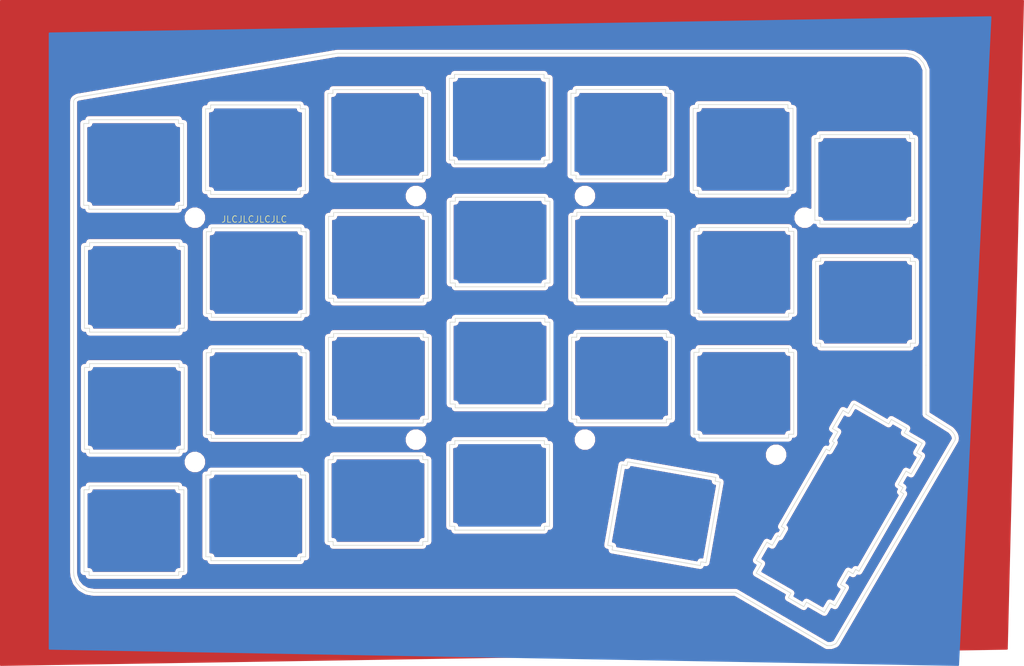
<source format=kicad_pcb>
(kicad_pcb (version 4) (host pcbnew 4.0.7)
  (layers (0 F.Cu signal) (31 B.Cu signal) (34 B.Paste user hide) (35 F.Paste user hide) (36 B.SilkS user hide) (37 F.SilkS user hide) (38 B.Mask user hide) (39 F.Mask user hide) (44 Edge.Cuts user))
  (net 0 "")
  (module Mounting_Holes:MountingHole_2.2mm_M2_DIN965 (layer F.Cu) (at 93.96 72.15)
    (fp_text reference SCREW1 hide)
    (fp_text value MountingHole_2.2mm_M2_DIN965 hide)
    (pad 1 np_thru_hole circle (at 0 0) (size 2.2 2.2) (drill 2.2) (layers *.Cu *.Mask))
  )
  (module Mounting_Holes:MountingHole_2.2mm_M2_DIN965 (layer F.Cu) (at 93.96 110.35)
    (fp_text reference SCREW2 hide)
    (fp_text value MountingHole_2.2mm_M2_DIN965 hide)
    (pad 1 np_thru_hole circle (at 0 0) (size 2.2 2.2) (drill 2.2) (layers *.Cu *.Mask))
  )
  (module Mounting_Holes:MountingHole_2.2mm_M2_DIN965 (layer F.Cu) (at 128.5 68.75)
    (fp_text reference SCREW3 hide)
    (fp_text value MountingHole_2.2mm_M2_DIN965 hide)
    (pad 1 np_thru_hole circle (at 0 0) (size 2.2 2.2) (drill 2.2) (layers *.Cu *.Mask))
  )
  (module Mounting_Holes:MountingHole_2.2mm_M2_DIN965 (layer F.Cu) (at 128.5 106.85)
    (fp_text reference SCREW4 hide)
    (fp_text value MountingHole_2.2mm_M2_DIN965 hide)
    (pad 1 np_thru_hole circle (at 0 0) (size 2.2 2.2) (drill 2.2) (layers *.Cu *.Mask))
  )
  (module Mounting_Holes:MountingHole_2.2mm_M2_DIN965 (layer F.Cu) (at 154.91 68.75)
    (fp_text reference SCREW5 hide)
    (fp_text value MountingHole_2.2mm_M2_DIN965 hide)
    (pad 1 np_thru_hole circle (at 0 0) (size 2.2 2.2) (drill 2.2) (layers *.Cu *.Mask))
  )
  (module Mounting_Holes:MountingHole_2.2mm_M2_DIN965 (layer F.Cu) (at 154.91 106.85)
    (fp_text reference SCREW6 hide)
    (fp_text value MountingHole_2.2mm_M2_DIN965 hide)
    (pad 1 np_thru_hole circle (at 0 0) (size 2.2 2.2) (drill 2.2) (layers *.Cu *.Mask))
  )
  (module Mounting_Holes:MountingHole_2.2mm_M2_DIN965 (layer F.Cu) (at 189.25 72.15)
    (fp_text reference SCREW7 hide)
    (fp_text value MountingHole_2.2mm_M2_DIN965 hide)
    (pad 1 np_thru_hole circle (at 0 0) (size 2.2 2.2) (drill 2.2) (layers *.Cu *.Mask))
  )
  (module Mounting_Holes:MountingHole_2.2mm_M2_DIN965 (layer F.Cu) (at 184.78 109.22)
    (fp_text reference SCREW8 hide)
    (fp_text value MountingHole_2.2mm_M2_DIN965 hide)
    (pad 1 np_thru_hole circle (at 0 0) (size 2.2 2.2) (drill 2.2) (layers *.Cu *.Mask))
  )
  (gr_line (start 207.534339 109.375738) (end 206.73634 108.91414) (layer Edge.Cuts) (width 0.1))
  (gr_line (start 193.573339 107.118536) (end 193.88836 107.30992) (layer Edge.Cuts) (width 0.1))
  (gr_line (start 192.61134 108.32294) (end 185.611342 120.448339) (layer Edge.Cuts) (width 0.1))
  (gr_line (start 192.324338 133.878542) (end 193.186344 132.38494) (layer Edge.Cuts) (width 0.1))
  (gr_line (start 193.58734 105.134148) (end 194.434339 105.621968) (layer Edge.Cuts) (width 0.1))
  (gr_line (start 204.22434 113.267338) (end 205.08634 111.77354) (layer Edge.Cuts) (width 0.1))
  (gr_line (start 205.883339 112.233838) (end 207.534339 109.375738) (layer Edge.Cuts) (width 0.1))
  (gr_line (start 182.535343 126.234637) (end 181.672339 127.728443) (layer Edge.Cuts) (width 0.1))
  (gr_line (start 202.377341 104.406547) (end 196.948343 101.270141) (layer Edge.Cuts) (width 0.1))
  (gr_line (start 193.891686 107.305225) (end 193.52768 107.93222) (layer Edge.Cuts) (width 0.1))
  (gr_line (start 205.21534 105.091428) (end 202.789338 103.692743) (layer Edge.Cuts) (width 0.1))
  (gr_line (start 207.600339 107.421738) (end 204.80234 105.80665) (layer Edge.Cuts) (width 0.1))
  (gr_line (start 202.789338 103.692743) (end 202.377341 104.406547) (layer Edge.Cuts) (width 0.1))
  (gr_line (start 196.084343 102.766692) (end 195.236341 102.276122) (layer Edge.Cuts) (width 0.1))
  (gr_line (start 181.672339 127.728443) (end 187.103339 130.862139) (layer Edge.Cuts) (width 0.1))
  (gr_line (start 186.130343 120.747342) (end 185.73034 121.439139) (layer Edge.Cuts) (width 0.1))
  (gr_line (start 185.047344 121.881439) (end 184.18434 123.37664) (layer Edge.Cuts) (width 0.1))
  (gr_line (start 189.527344 132.263541) (end 192.324338 133.878542) (layer Edge.Cuts) (width 0.1))
  (gr_line (start 184.18434 123.37664) (end 183.337339 122.887441) (layer Edge.Cuts) (width 0.1))
  (gr_line (start 193.530341 107.930242) (end 193.130341 108.621939) (layer Edge.Cuts) (width 0.1))
  (gr_line (start 205.08634 111.77354) (end 205.883339 112.233838) (layer Edge.Cuts) (width 0.1))
  (gr_line (start 196.948343 101.270141) (end 196.084343 102.766692) (layer Edge.Cuts) (width 0.1))
  (gr_line (start 195.236341 102.276122) (end 193.58734 105.134148) (layer Edge.Cuts) (width 0.1))
  (gr_line (start 189.115338 132.977541) (end 189.527344 132.263541) (layer Edge.Cuts) (width 0.1))
  (gr_line (start 204.61534 114.331136) (end 203.8604 113.8936) (layer Edge.Cuts) (width 0.1))
  (gr_line (start 183.337339 122.887441) (end 181.686341 125.744142) (layer Edge.Cuts) (width 0.1))
  (gr_line (start 185.611342 120.448339) (end 186.130343 120.747342) (layer Edge.Cuts) (width 0.1))
  (gr_line (start 204.215339 115.022936) (end 204.61534 114.331136) (layer Edge.Cuts) (width 0.1))
  (gr_line (start 206.73634 108.91414) (end 207.600339 107.421738) (layer Edge.Cuts) (width 0.1))
  (gr_line (start 203.860622 113.89436) (end 204.22362 113.26876) (layer Edge.Cuts) (width 0.1))
  (gr_line (start 186.689342 131.578735) (end 189.115338 132.977541) (layer Edge.Cuts) (width 0.1))
  (gr_line (start 194.434339 105.621968) (end 193.573339 107.118536) (layer Edge.Cuts) (width 0.1))
  (gr_line (start 187.103339 130.862139) (end 186.689342 131.578735) (layer Edge.Cuts) (width 0.1))
  (gr_line (start 181.686341 125.744142) (end 182.535343 126.234637) (layer Edge.Cuts) (width 0.1))
  (gr_line (start 185.73034 121.439139) (end 185.369344 122.066146) (layer Edge.Cuts) (width 0.1))
  (gr_line (start 193.130341 108.621939) (end 192.61134 108.32294) (layer Edge.Cuts) (width 0.1))
  (gr_line (start 185.3692 122.06732) (end 185.047344 121.881439) (layer Edge.Cuts) (width 0.1))
  (gr_line (start 204.80234 105.80665) (end 205.21534 105.091428) (layer Edge.Cuts) (width 0.1))
  (gr_line (start 193.186344 132.38494) (end 193.983343 132.843839) (layer Edge.Cuts) (width 0.1))
  (gr_line (start 204.735341 115.321939) (end 204.215339 115.022936) (layer Edge.Cuts) (width 0.1))
  (gr_line (start 196.06006 127.40386) (end 196.815341 127.841439) (layer Edge.Cuts) (width 0.1))
  (gr_line (start 195.699341 128.033041) (end 196.061345 127.404638) (layer Edge.Cuts) (width 0.1))
  (gr_line (start 193.983343 132.843839) (end 195.633342 129.987043) (layer Edge.Cuts) (width 0.1))
  (gr_line (start 197.73534 127.448746) (end 204.735341 115.321939) (layer Edge.Cuts) (width 0.1))
  (gr_line (start 197.215341 127.148342) (end 197.73534 127.448746) (layer Edge.Cuts) (width 0.1))
  (gr_line (start 194.837342 129.52684) (end 195.699341 128.033041) (layer Edge.Cuts) (width 0.1))
  (gr_line (start 196.815341 127.841439) (end 197.215341 127.148342) (layer Edge.Cuts) (width 0.1))
  (gr_line (start 195.633342 129.987043) (end 194.837342 129.52684) (layer Edge.Cuts) (width 0.1))
  (gr_line (start 161.57938 110.32478) (end 161.47458 110.91598) (layer Edge.Cuts) (width 0.1))
  (gr_line (start 160.68618 110.77678) (end 158.46368 123.38174) (layer Edge.Cuts) (width 0.1))
  (gr_line (start 173.03898 125.95176) (end 173.82718 126.09094) (layer Edge.Cuts) (width 0.1))
  (gr_line (start 159.25178 123.52091) (end 159.14838 124.11209) (layer Edge.Cuts) (width 0.1))
  (gr_line (start 161.47458 110.91598) (end 160.68618 110.77678) (layer Edge.Cuts) (width 0.1))
  (gr_line (start 175.26188 113.34688) (end 175.36668 112.75568) (layer Edge.Cuts) (width 0.1))
  (gr_line (start 173.82718 126.09094) (end 176.04998 113.48468) (layer Edge.Cuts) (width 0.1))
  (gr_line (start 176.04998 113.48468) (end 175.26188 113.34688) (layer Edge.Cuts) (width 0.1))
  (gr_line (start 158.46368 123.38174) (end 159.25178 123.52091) (layer Edge.Cuts) (width 0.1))
  (gr_line (start 172.93428 126.54294) (end 173.03898 125.95176) (layer Edge.Cuts) (width 0.1))
  (gr_line (start 159.14838 124.11209) (end 172.93428 126.54294) (layer Edge.Cuts) (width 0.1))
  (gr_line (start 175.36668 112.75568) (end 161.57938 110.32478) (layer Edge.Cuts) (width 0.1))
  (gr_line (start 167.51944 65.49273) (end 168.32024 65.49273) (layer Edge.Cuts) (width 0.1))
  (gr_line (start 167.51944 52.69216) (end 167.51944 52.09266) (layer Edge.Cuts) (width 0.1))
  (gr_line (start 168.32024 65.49273) (end 168.32024 52.69216) (layer Edge.Cuts) (width 0.1))
  (gr_line (start 168.32024 52.69216) (end 167.51944 52.69216) (layer Edge.Cuts) (width 0.1))
  (gr_line (start 152.72074 52.69216) (end 152.72074 65.49273) (layer Edge.Cuts) (width 0.1))
  (gr_line (start 153.52014 52.69216) (end 152.72074 52.69216) (layer Edge.Cuts) (width 0.1))
  (gr_line (start 167.51944 52.09266) (end 153.52014 52.09266) (layer Edge.Cuts) (width 0.1))
  (gr_line (start 153.52014 52.09266) (end 153.52014 52.69216) (layer Edge.Cuts) (width 0.1))
  (gr_line (start 167.51944 66.0908) (end 167.51944 65.49273) (layer Edge.Cuts) (width 0.1))
  (gr_line (start 167.63628 71.91488) (end 167.63628 71.31538) (layer Edge.Cuts) (width 0.1))
  (gr_line (start 153.63698 71.31538) (end 153.63698 71.91488) (layer Edge.Cuts) (width 0.1))
  (gr_line (start 153.63698 71.91488) (end 152.83758 71.91488) (layer Edge.Cuts) (width 0.1))
  (gr_line (start 167.63628 71.31538) (end 153.63698 71.31538) (layer Edge.Cuts) (width 0.1))
  (gr_line (start 153.52014 66.0908) (end 167.51944 66.0908) (layer Edge.Cuts) (width 0.1))
  (gr_line (start 152.72074 65.49273) (end 153.52014 65.49273) (layer Edge.Cuts) (width 0.1))
  (gr_line (start 153.52014 65.49273) (end 153.52014 66.0908) (layer Edge.Cuts) (width 0.1))
  (gr_line (start 152.83758 71.91488) (end 152.83758 84.71545) (layer Edge.Cuts) (width 0.1))
  (gr_line (start 168.43708 84.71545) (end 168.43708 71.91488) (layer Edge.Cuts) (width 0.1))
  (gr_line (start 167.63628 84.71545) (end 168.43708 84.71545) (layer Edge.Cuts) (width 0.1))
  (gr_line (start 168.43708 71.91488) (end 167.63628 71.91488) (layer Edge.Cuts) (width 0.1))
  (gr_line (start 153.63698 85.31352) (end 167.63628 85.31352) (layer Edge.Cuts) (width 0.1))
  (gr_line (start 167.63628 85.31352) (end 167.63628 84.71545) (layer Edge.Cuts) (width 0.1))
  (gr_line (start 152.83758 84.71545) (end 153.63698 84.71545) (layer Edge.Cuts) (width 0.1))
  (gr_line (start 153.63698 84.71545) (end 153.63698 85.31352) (layer Edge.Cuts) (width 0.1))
  (gr_line (start 153.62936 90.23838) (end 153.62936 90.83788) (layer Edge.Cuts) (width 0.1))
  (gr_line (start 153.62936 90.83788) (end 152.82996 90.83788) (layer Edge.Cuts) (width 0.1))
  (gr_line (start 153.62936 104.23652) (end 167.62866 104.23652) (layer Edge.Cuts) (width 0.1))
  (gr_line (start 167.62866 104.23652) (end 167.62866 103.63845) (layer Edge.Cuts) (width 0.1))
  (gr_line (start 168.42946 103.63845) (end 168.42946 90.83788) (layer Edge.Cuts) (width 0.1))
  (gr_line (start 167.62866 103.63845) (end 168.42946 103.63845) (layer Edge.Cuts) (width 0.1))
  (gr_line (start 167.62866 90.83788) (end 167.62866 90.23838) (layer Edge.Cuts) (width 0.1))
  (gr_line (start 167.62866 90.23838) (end 153.62936 90.23838) (layer Edge.Cuts) (width 0.1))
  (gr_line (start 168.42946 90.83788) (end 167.62866 90.83788) (layer Edge.Cuts) (width 0.1))
  (gr_line (start 152.82996 90.83788) (end 152.82996 103.63845) (layer Edge.Cuts) (width 0.1))
  (gr_line (start 153.62936 103.63845) (end 153.62936 104.23652) (layer Edge.Cuts) (width 0.1))
  (gr_line (start 152.82996 103.63845) (end 153.62936 103.63845) (layer Edge.Cuts) (width 0.1))
  (gr_line (start 205.63468 72.55393) (end 206.43548 72.55393) (layer Edge.Cuts) (width 0.1))
  (gr_line (start 206.43548 59.75336) (end 205.63468 59.75336) (layer Edge.Cuts) (width 0.1))
  (gr_line (start 205.63468 59.75336) (end 205.63468 59.15386) (layer Edge.Cuts) (width 0.1))
  (gr_line (start 206.43548 72.55393) (end 206.43548 59.75336) (layer Edge.Cuts) (width 0.1))
  (gr_line (start 191.75222 78.37658) (end 191.75222 78.97608) (layer Edge.Cuts) (width 0.1))
  (gr_line (start 205.63468 73.152) (end 205.63468 72.55393) (layer Edge.Cuts) (width 0.1))
  (gr_line (start 191.63538 72.55393) (end 191.63538 73.152) (layer Edge.Cuts) (width 0.1))
  (gr_line (start 205.75152 78.97608) (end 205.75152 78.37658) (layer Edge.Cuts) (width 0.1))
  (gr_line (start 191.63538 73.152) (end 205.63468 73.152) (layer Edge.Cuts) (width 0.1))
  (gr_line (start 205.75152 78.37658) (end 191.75222 78.37658) (layer Edge.Cuts) (width 0.1))
  (gr_line (start 205.63468 59.15386) (end 191.63538 59.15386) (layer Edge.Cuts) (width 0.1))
  (gr_line (start 191.63538 59.75336) (end 190.83598 59.75336) (layer Edge.Cuts) (width 0.1))
  (gr_line (start 191.63538 59.15386) (end 191.63538 59.75336) (layer Edge.Cuts) (width 0.1))
  (gr_line (start 190.83598 59.75336) (end 190.83598 72.55393) (layer Edge.Cuts) (width 0.1))
  (gr_line (start 190.83598 72.55393) (end 191.63538 72.55393) (layer Edge.Cuts) (width 0.1))
  (gr_line (start 205.75152 92.37472) (end 205.75152 91.77665) (layer Edge.Cuts) (width 0.1))
  (gr_line (start 206.55232 78.97608) (end 205.75152 78.97608) (layer Edge.Cuts) (width 0.1))
  (gr_line (start 191.75222 78.97608) (end 190.95282 78.97608) (layer Edge.Cuts) (width 0.1))
  (gr_line (start 205.75152 91.77665) (end 206.55232 91.77665) (layer Edge.Cuts) (width 0.1))
  (gr_line (start 191.75222 92.37472) (end 205.75152 92.37472) (layer Edge.Cuts) (width 0.1))
  (gr_line (start 190.95282 78.97608) (end 190.95282 91.77665) (layer Edge.Cuts) (width 0.1))
  (gr_line (start 206.55232 91.77665) (end 206.55232 78.97608) (layer Edge.Cuts) (width 0.1))
  (gr_line (start 191.75222 91.77665) (end 191.75222 92.37472) (layer Edge.Cuts) (width 0.1))
  (gr_line (start 190.95282 91.77665) (end 191.75222 91.77665) (layer Edge.Cuts) (width 0.1))
  (gr_line (start 186.73454 93.21024) (end 186.73454 92.61074) (layer Edge.Cuts) (width 0.1))
  (gr_line (start 172.73524 106.60888) (end 186.73454 106.60888) (layer Edge.Cuts) (width 0.1))
  (gr_line (start 172.73524 106.01081) (end 172.73524 106.60888) (layer Edge.Cuts) (width 0.1))
  (gr_line (start 172.73524 92.61074) (end 172.73524 93.21024) (layer Edge.Cuts) (width 0.1))
  (gr_line (start 186.73454 92.61074) (end 172.73524 92.61074) (layer Edge.Cuts) (width 0.1))
  (gr_line (start 187.53534 106.01081) (end 187.53534 93.21024) (layer Edge.Cuts) (width 0.1))
  (gr_line (start 186.73454 106.01081) (end 187.53534 106.01081) (layer Edge.Cuts) (width 0.1))
  (gr_line (start 187.53534 93.21024) (end 186.73454 93.21024) (layer Edge.Cuts) (width 0.1))
  (gr_line (start 186.73454 106.60888) (end 186.73454 106.01081) (layer Edge.Cuts) (width 0.1))
  (gr_line (start 172.74286 87.68588) (end 186.74216 87.68588) (layer Edge.Cuts) (width 0.1))
  (gr_line (start 186.74216 87.68588) (end 186.74216 87.08781) (layer Edge.Cuts) (width 0.1))
  (gr_line (start 171.94346 87.08781) (end 172.74286 87.08781) (layer Edge.Cuts) (width 0.1))
  (gr_line (start 172.74286 87.08781) (end 172.74286 87.68588) (layer Edge.Cuts) (width 0.1))
  (gr_line (start 172.73524 93.21024) (end 171.93584 93.21024) (layer Edge.Cuts) (width 0.1))
  (gr_line (start 186.74216 87.08781) (end 187.54296 87.08781) (layer Edge.Cuts) (width 0.1))
  (gr_line (start 187.54296 87.08781) (end 187.54296 74.28724) (layer Edge.Cuts) (width 0.1))
  (gr_line (start 171.94346 74.28724) (end 171.94346 87.08781) (layer Edge.Cuts) (width 0.1))
  (gr_line (start 187.54296 74.28724) (end 186.74216 74.28724) (layer Edge.Cuts) (width 0.1))
  (gr_line (start 186.62532 68.46316) (end 186.62532 67.86509) (layer Edge.Cuts) (width 0.1))
  (gr_line (start 172.74286 74.28724) (end 171.94346 74.28724) (layer Edge.Cuts) (width 0.1))
  (gr_line (start 172.74286 73.68774) (end 172.74286 74.28724) (layer Edge.Cuts) (width 0.1))
  (gr_line (start 186.74216 73.68774) (end 172.74286 73.68774) (layer Edge.Cuts) (width 0.1))
  (gr_line (start 186.74216 74.28724) (end 186.74216 73.68774) (layer Edge.Cuts) (width 0.1))
  (gr_line (start 171.82662 67.86509) (end 172.62602 67.86509) (layer Edge.Cuts) (width 0.1))
  (gr_line (start 172.62602 67.86509) (end 172.62602 68.46316) (layer Edge.Cuts) (width 0.1))
  (gr_line (start 172.62602 68.46316) (end 186.62532 68.46316) (layer Edge.Cuts) (width 0.1))
  (gr_line (start 171.93584 106.01081) (end 172.73524 106.01081) (layer Edge.Cuts) (width 0.1))
  (gr_line (start 171.93584 93.21024) (end 171.93584 106.01081) (layer Edge.Cuts) (width 0.1))
  (gr_line (start 186.62532 55.06452) (end 186.62532 54.46502) (layer Edge.Cuts) (width 0.1))
  (gr_line (start 186.62532 54.46502) (end 172.62602 54.46502) (layer Edge.Cuts) (width 0.1))
  (gr_line (start 172.62602 54.46502) (end 172.62602 55.06452) (layer Edge.Cuts) (width 0.1))
  (gr_line (start 172.62602 55.06452) (end 171.82662 55.06452) (layer Edge.Cuts) (width 0.1))
  (gr_line (start 186.62532 67.86509) (end 187.42612 67.86509) (layer Edge.Cuts) (width 0.1))
  (gr_line (start 171.82662 55.06452) (end 171.82662 67.86509) (layer Edge.Cuts) (width 0.1))
  (gr_line (start 187.42612 55.06452) (end 186.62532 55.06452) (layer Edge.Cuts) (width 0.1))
  (gr_line (start 187.42612 67.86509) (end 187.42612 55.06452) (layer Edge.Cuts) (width 0.1))
  (gr_line (start 129.64042 84.73831) (end 130.44122 84.73831) (layer Edge.Cuts) (width 0.1))
  (gr_line (start 129.64042 85.33638) (end 129.64042 84.73831) (layer Edge.Cuts) (width 0.1))
  (gr_line (start 130.44122 84.73831) (end 130.44122 71.93774) (layer Edge.Cuts) (width 0.1))
  (gr_line (start 115.64112 85.33638) (end 129.64042 85.33638) (layer Edge.Cuts) (width 0.1))
  (gr_line (start 129.64042 71.33824) (end 115.64112 71.33824) (layer Edge.Cuts) (width 0.1))
  (gr_line (start 115.64112 84.73831) (end 115.64112 85.33638) (layer Edge.Cuts) (width 0.1))
  (gr_line (start 115.64112 71.33824) (end 115.64112 71.93774) (layer Edge.Cuts) (width 0.1))
  (gr_line (start 114.84172 71.93774) (end 114.84172 84.73831) (layer Edge.Cuts) (width 0.1))
  (gr_line (start 114.84172 84.73831) (end 115.64112 84.73831) (layer Edge.Cuts) (width 0.1))
  (gr_line (start 115.64112 71.93774) (end 114.84172 71.93774) (layer Edge.Cuts) (width 0.1))
  (gr_line (start 96.54286 87.72906) (end 110.54216 87.72906) (layer Edge.Cuts) (width 0.1))
  (gr_line (start 110.54216 73.73092) (end 96.54286 73.73092) (layer Edge.Cuts) (width 0.1))
  (gr_line (start 110.54216 87.72906) (end 110.54216 87.13099) (layer Edge.Cuts) (width 0.1))
  (gr_line (start 96.54286 73.73092) (end 96.54286 74.33042) (layer Edge.Cuts) (width 0.1))
  (gr_line (start 95.74346 74.33042) (end 95.74346 87.13099) (layer Edge.Cuts) (width 0.1))
  (gr_line (start 96.54286 74.33042) (end 95.74346 74.33042) (layer Edge.Cuts) (width 0.1))
  (gr_line (start 96.54286 87.13099) (end 96.54286 87.72906) (layer Edge.Cuts) (width 0.1))
  (gr_line (start 95.74346 87.13099) (end 96.54286 87.13099) (layer Edge.Cuts) (width 0.1))
  (gr_line (start 111.34296 74.33042) (end 110.54216 74.33042) (layer Edge.Cuts) (width 0.1))
  (gr_line (start 111.34296 87.13099) (end 111.34296 74.33042) (layer Edge.Cuts) (width 0.1))
  (gr_line (start 110.54216 74.33042) (end 110.54216 73.73092) (layer Edge.Cuts) (width 0.1))
  (gr_line (start 110.54216 87.13099) (end 111.34296 87.13099) (layer Edge.Cuts) (width 0.1))
  (gr_line (start 91.50252 89.43985) (end 92.30312 89.43985) (layer Edge.Cuts) (width 0.1))
  (gr_line (start 91.50252 90.03792) (end 91.50252 89.43985) (layer Edge.Cuts) (width 0.1))
  (gr_line (start 92.30312 76.63928) (end 91.50252 76.63928) (layer Edge.Cuts) (width 0.1))
  (gr_line (start 92.30312 89.43985) (end 92.30312 76.63928) (layer Edge.Cuts) (width 0.1))
  (gr_line (start 91.50252 76.63928) (end 91.50252 76.03978) (layer Edge.Cuts) (width 0.1))
  (gr_line (start 91.50252 76.03978) (end 77.50297 76.03978) (layer Edge.Cuts) (width 0.1))
  (gr_line (start 77.50297 90.03792) (end 91.50252 90.03792) (layer Edge.Cuts) (width 0.1))
  (gr_line (start 77.50297 76.63928) (end 76.70371 76.63928) (layer Edge.Cuts) (width 0.1))
  (gr_line (start 77.50297 76.03978) (end 77.50297 76.63928) (layer Edge.Cuts) (width 0.1))
  (gr_line (start 76.70371 89.43985) (end 77.50297 89.43985) (layer Edge.Cuts) (width 0.1))
  (gr_line (start 77.50297 89.43985) (end 77.50297 90.03792) (layer Edge.Cuts) (width 0.1))
  (gr_line (start 76.70371 76.63928) (end 76.70371 89.43985) (layer Edge.Cuts) (width 0.1))
  (gr_line (start 129.64042 71.93774) (end 129.64042 71.33824) (layer Edge.Cuts) (width 0.1))
  (gr_line (start 134.6454 69.5603) (end 133.846 69.5603) (layer Edge.Cuts) (width 0.1))
  (gr_line (start 130.44122 71.93774) (end 129.64042 71.93774) (layer Edge.Cuts) (width 0.1))
  (gr_line (start 133.846 69.5603) (end 133.846 82.36087) (layer Edge.Cuts) (width 0.1))
  (gr_line (start 134.6454 82.36087) (end 134.6454 82.95894) (layer Edge.Cuts) (width 0.1))
  (gr_line (start 133.846 82.36087) (end 134.6454 82.36087) (layer Edge.Cuts) (width 0.1))
  (gr_line (start 149.4455 82.36087) (end 149.4455 69.5603) (layer Edge.Cuts) (width 0.1))
  (gr_line (start 149.4455 69.5603) (end 148.6447 69.5603) (layer Edge.Cuts) (width 0.1))
  (gr_line (start 148.6447 82.95894) (end 148.6447 82.36087) (layer Edge.Cuts) (width 0.1))
  (gr_line (start 148.6447 82.36087) (end 149.4455 82.36087) (layer Edge.Cuts) (width 0.1))
  (gr_line (start 134.6454 68.9608) (end 134.6454 69.5603) (layer Edge.Cuts) (width 0.1))
  (gr_line (start 148.6447 68.9608) (end 134.6454 68.9608) (layer Edge.Cuts) (width 0.1))
  (gr_line (start 134.6454 82.95894) (end 148.6447 82.95894) (layer Edge.Cuts) (width 0.1))
  (gr_line (start 148.6447 69.5603) (end 148.6447 68.9608) (layer Edge.Cuts) (width 0.1))
  (gr_line (start 95.73584 106.05399) (end 96.53524 106.05399) (layer Edge.Cuts) (width 0.1))
  (gr_line (start 96.53524 106.65206) (end 110.53454 106.65206) (layer Edge.Cuts) (width 0.1))
  (gr_line (start 96.53524 106.05399) (end 96.53524 106.65206) (layer Edge.Cuts) (width 0.1))
  (gr_line (start 110.53454 92.65392) (end 96.53524 92.65392) (layer Edge.Cuts) (width 0.1))
  (gr_line (start 96.53524 92.65392) (end 96.53524 93.25342) (layer Edge.Cuts) (width 0.1))
  (gr_line (start 96.53524 93.25342) (end 95.73584 93.25342) (layer Edge.Cuts) (width 0.1))
  (gr_line (start 95.73584 93.25342) (end 95.73584 106.05399) (layer Edge.Cuts) (width 0.1))
  (gr_line (start 115.6335 103.66131) (end 115.6335 104.25938) (layer Edge.Cuts) (width 0.1))
  (gr_line (start 114.8341 90.86074) (end 114.8341 103.66131) (layer Edge.Cuts) (width 0.1))
  (gr_line (start 115.6335 90.86074) (end 114.8341 90.86074) (layer Edge.Cuts) (width 0.1))
  (gr_line (start 114.8341 103.66131) (end 115.6335 103.66131) (layer Edge.Cuts) (width 0.1))
  (gr_line (start 130.4336 103.66131) (end 130.4336 90.86074) (layer Edge.Cuts) (width 0.1))
  (gr_line (start 129.6328 104.25938) (end 129.6328 103.66131) (layer Edge.Cuts) (width 0.1))
  (gr_line (start 129.6328 103.66131) (end 130.4336 103.66131) (layer Edge.Cuts) (width 0.1))
  (gr_line (start 130.4336 90.86074) (end 129.6328 90.86074) (layer Edge.Cuts) (width 0.1))
  (gr_line (start 129.6328 90.86074) (end 129.6328 90.26124) (layer Edge.Cuts) (width 0.1))
  (gr_line (start 115.6335 90.26124) (end 115.6335 90.86074) (layer Edge.Cuts) (width 0.1))
  (gr_line (start 129.6328 90.26124) (end 115.6335 90.26124) (layer Edge.Cuts) (width 0.1))
  (gr_line (start 115.6335 104.25938) (end 129.6328 104.25938) (layer Edge.Cuts) (width 0.1))
  (gr_line (start 110.53454 93.25342) (end 110.53454 92.65392) (layer Edge.Cuts) (width 0.1))
  (gr_line (start 110.53454 106.65206) (end 110.53454 106.05399) (layer Edge.Cuts) (width 0.1))
  (gr_line (start 111.33534 93.25342) (end 110.53454 93.25342) (layer Edge.Cuts) (width 0.1))
  (gr_line (start 110.53454 106.05399) (end 111.33534 106.05399) (layer Edge.Cuts) (width 0.1))
  (gr_line (start 111.33534 106.05399) (end 111.33534 93.25342) (layer Edge.Cuts) (width 0.1))
  (gr_line (start 91.4949 108.96092) (end 91.4949 108.36285) (layer Edge.Cuts) (width 0.1))
  (gr_line (start 91.4949 108.36285) (end 92.2955 108.36285) (layer Edge.Cuts) (width 0.1))
  (gr_line (start 77.49535 108.96092) (end 91.4949 108.96092) (layer Edge.Cuts) (width 0.1))
  (gr_line (start 91.4949 94.96278) (end 77.49535 94.96278) (layer Edge.Cuts) (width 0.1))
  (gr_line (start 92.2955 95.56228) (end 91.4949 95.56228) (layer Edge.Cuts) (width 0.1))
  (gr_line (start 91.4949 95.56228) (end 91.4949 94.96278) (layer Edge.Cuts) (width 0.1))
  (gr_line (start 92.2955 108.36285) (end 92.2955 95.56228) (layer Edge.Cuts) (width 0.1))
  (gr_line (start 77.49535 94.96278) (end 77.49535 95.56228) (layer Edge.Cuts) (width 0.1))
  (gr_line (start 77.49535 95.56228) (end 76.69609 95.56228) (layer Edge.Cuts) (width 0.1))
  (gr_line (start 76.69609 95.56228) (end 76.69609 108.36285) (layer Edge.Cuts) (width 0.1))
  (gr_line (start 77.49535 108.36285) (end 77.49535 108.96092) (layer Edge.Cuts) (width 0.1))
  (gr_line (start 76.69609 108.36285) (end 77.49535 108.36285) (layer Edge.Cuts) (width 0.1))
  (gr_line (start 148.63708 101.28387) (end 149.43788 101.28387) (layer Edge.Cuts) (width 0.1))
  (gr_line (start 148.63708 101.88194) (end 148.63708 101.28387) (layer Edge.Cuts) (width 0.1))
  (gr_line (start 149.43788 101.28387) (end 149.43788 88.4833) (layer Edge.Cuts) (width 0.1))
  (gr_line (start 149.43788 88.4833) (end 148.63708 88.4833) (layer Edge.Cuts) (width 0.1))
  (gr_line (start 134.63778 87.8838) (end 134.63778 88.4833) (layer Edge.Cuts) (width 0.1))
  (gr_line (start 148.63708 88.4833) (end 148.63708 87.8838) (layer Edge.Cuts) (width 0.1))
  (gr_line (start 148.63708 87.8838) (end 134.63778 87.8838) (layer Edge.Cuts) (width 0.1))
  (gr_line (start 133.83838 101.28387) (end 134.63778 101.28387) (layer Edge.Cuts) (width 0.1))
  (gr_line (start 133.83838 88.4833) (end 133.83838 101.28387) (layer Edge.Cuts) (width 0.1))
  (gr_line (start 134.63778 101.88194) (end 148.63708 101.88194) (layer Edge.Cuts) (width 0.1))
  (gr_line (start 134.63778 88.4833) (end 133.83838 88.4833) (layer Edge.Cuts) (width 0.1))
  (gr_line (start 134.63778 101.28387) (end 134.63778 101.88194) (layer Edge.Cuts) (width 0.1))
  (gr_line (start 115.52428 52.71502) (end 114.72488 52.71502) (layer Edge.Cuts) (width 0.1))
  (gr_line (start 115.52428 52.11552) (end 115.52428 52.71502) (layer Edge.Cuts) (width 0.1))
  (gr_line (start 114.72488 65.51559) (end 115.52428 65.51559) (layer Edge.Cuts) (width 0.1))
  (gr_line (start 114.72488 52.71502) (end 114.72488 65.51559) (layer Edge.Cuts) (width 0.1))
  (gr_line (start 129.52358 52.11552) (end 115.52428 52.11552) (layer Edge.Cuts) (width 0.1))
  (gr_line (start 115.52428 65.51559) (end 115.52428 66.11366) (layer Edge.Cuts) (width 0.1))
  (gr_line (start 134.52856 49.73808) (end 134.52856 50.33758) (layer Edge.Cuts) (width 0.1))
  (gr_line (start 134.52856 63.73622) (end 148.52786 63.73622) (layer Edge.Cuts) (width 0.1))
  (gr_line (start 134.52856 63.13815) (end 134.52856 63.73622) (layer Edge.Cuts) (width 0.1))
  (gr_line (start 148.52786 49.73808) (end 134.52856 49.73808) (layer Edge.Cuts) (width 0.1))
  (gr_line (start 129.52358 66.11366) (end 129.52358 65.51559) (layer Edge.Cuts) (width 0.1))
  (gr_line (start 115.52428 66.11366) (end 129.52358 66.11366) (layer Edge.Cuts) (width 0.1))
  (gr_line (start 130.32438 65.51559) (end 130.32438 52.71502) (layer Edge.Cuts) (width 0.1))
  (gr_line (start 129.52358 65.51559) (end 130.32438 65.51559) (layer Edge.Cuts) (width 0.1))
  (gr_line (start 130.32438 52.71502) (end 129.52358 52.71502) (layer Edge.Cuts) (width 0.1))
  (gr_line (start 133.72916 63.13815) (end 134.52856 63.13815) (layer Edge.Cuts) (width 0.1))
  (gr_line (start 133.72916 50.33758) (end 133.72916 63.13815) (layer Edge.Cuts) (width 0.1))
  (gr_line (start 134.52856 50.33758) (end 133.72916 50.33758) (layer Edge.Cuts) (width 0.1))
  (gr_line (start 129.52358 52.71502) (end 129.52358 52.11552) (layer Edge.Cuts) (width 0.1))
  (gr_line (start 149.32866 50.33758) (end 148.52786 50.33758) (layer Edge.Cuts) (width 0.1))
  (gr_line (start 149.32866 63.13815) (end 149.32866 50.33758) (layer Edge.Cuts) (width 0.1))
  (gr_line (start 148.52786 63.73622) (end 148.52786 63.13815) (layer Edge.Cuts) (width 0.1))
  (gr_line (start 148.52786 50.33758) (end 148.52786 49.73808) (layer Edge.Cuts) (width 0.1))
  (gr_line (start 148.52786 63.13815) (end 149.32866 63.13815) (layer Edge.Cuts) (width 0.1))
  (gr_line (start 95.62662 55.1077) (end 95.62662 67.90827) (layer Edge.Cuts) (width 0.1))
  (gr_line (start 95.62662 67.90827) (end 96.42602 67.90827) (layer Edge.Cuts) (width 0.1))
  (gr_line (start 96.42602 54.5082) (end 96.42602 55.1077) (layer Edge.Cuts) (width 0.1))
  (gr_line (start 96.42602 67.90827) (end 96.42602 68.50634) (layer Edge.Cuts) (width 0.1))
  (gr_line (start 96.42602 55.1077) (end 95.62662 55.1077) (layer Edge.Cuts) (width 0.1))
  (gr_line (start 77.38613 57.41656) (end 76.58687 57.41656) (layer Edge.Cuts) (width 0.1))
  (gr_line (start 77.38613 70.21713) (end 77.38613 70.8152) (layer Edge.Cuts) (width 0.1))
  (gr_line (start 76.58687 57.41656) (end 76.58687 70.21713) (layer Edge.Cuts) (width 0.1))
  (gr_line (start 76.58687 70.21713) (end 77.38613 70.21713) (layer Edge.Cuts) (width 0.1))
  (gr_line (start 77.38613 56.81706) (end 77.38613 57.41656) (layer Edge.Cuts) (width 0.1))
  (gr_line (start 91.38568 70.21713) (end 92.18628 70.21713) (layer Edge.Cuts) (width 0.1))
  (gr_line (start 91.38568 56.81706) (end 77.38613 56.81706) (layer Edge.Cuts) (width 0.1))
  (gr_line (start 91.38568 57.41656) (end 91.38568 56.81706) (layer Edge.Cuts) (width 0.1))
  (gr_line (start 77.38613 70.8152) (end 91.38568 70.8152) (layer Edge.Cuts) (width 0.1))
  (gr_line (start 92.18628 70.21713) (end 92.18628 57.41656) (layer Edge.Cuts) (width 0.1))
  (gr_line (start 92.18628 57.41656) (end 91.38568 57.41656) (layer Edge.Cuts) (width 0.1))
  (gr_line (start 91.38568 70.8152) (end 91.38568 70.21713) (layer Edge.Cuts) (width 0.1))
  (gr_line (start 111.22612 55.1077) (end 110.42532 55.1077) (layer Edge.Cuts) (width 0.1))
  (gr_line (start 110.42532 55.1077) (end 110.42532 54.5082) (layer Edge.Cuts) (width 0.1))
  (gr_line (start 110.42532 67.90827) (end 111.22612 67.90827) (layer Edge.Cuts) (width 0.1))
  (gr_line (start 110.42532 54.5082) (end 96.42602 54.5082) (layer Edge.Cuts) (width 0.1))
  (gr_line (start 110.42532 68.50634) (end 110.42532 67.90827) (layer Edge.Cuts) (width 0.1))
  (gr_line (start 111.22612 67.90827) (end 111.22612 55.1077) (layer Edge.Cuts) (width 0.1))
  (gr_line (start 96.42602 68.50634) (end 110.42532 68.50634) (layer Edge.Cuts) (width 0.1))
  (gr_line (start 149.37184 107.6095) (end 148.57104 107.6095) (layer Edge.Cuts) (width 0.1))
  (gr_line (start 149.37184 120.41007) (end 149.37184 107.6095) (layer Edge.Cuts) (width 0.1))
  (gr_line (start 148.57104 107.6095) (end 148.57104 107.01) (layer Edge.Cuts) (width 0.1))
  (gr_line (start 148.57104 120.41007) (end 149.37184 120.41007) (layer Edge.Cuts) (width 0.1))
  (gr_line (start 148.57104 107.01) (end 134.57174 107.01) (layer Edge.Cuts) (width 0.1))
  (gr_line (start 134.57174 121.00814) (end 148.57104 121.00814) (layer Edge.Cuts) (width 0.1))
  (gr_line (start 148.57104 121.00814) (end 148.57104 120.41007) (layer Edge.Cuts) (width 0.1))
  (gr_line (start 134.57174 120.41007) (end 134.57174 121.00814) (layer Edge.Cuts) (width 0.1))
  (gr_line (start 133.77234 120.41007) (end 134.57174 120.41007) (layer Edge.Cuts) (width 0.1))
  (gr_line (start 134.57174 107.6095) (end 133.77234 107.6095) (layer Edge.Cuts) (width 0.1))
  (gr_line (start 133.77234 107.6095) (end 133.77234 120.41007) (layer Edge.Cuts) (width 0.1))
  (gr_line (start 134.57174 107.01) (end 134.57174 107.6095) (layer Edge.Cuts) (width 0.1))
  (gr_line (start 96.4692 125.77826) (end 110.4685 125.77826) (layer Edge.Cuts) (width 0.1))
  (gr_line (start 110.4685 112.37962) (end 110.4685 111.78012) (layer Edge.Cuts) (width 0.1))
  (gr_line (start 110.4685 125.77826) (end 110.4685 125.18019) (layer Edge.Cuts) (width 0.1))
  (gr_line (start 110.4685 111.78012) (end 96.4692 111.78012) (layer Edge.Cuts) (width 0.1))
  (gr_line (start 96.4692 125.18019) (end 96.4692 125.77826) (layer Edge.Cuts) (width 0.1))
  (gr_line (start 111.2693 112.37962) (end 110.4685 112.37962) (layer Edge.Cuts) (width 0.1))
  (gr_line (start 110.4685 125.18019) (end 111.2693 125.18019) (layer Edge.Cuts) (width 0.1))
  (gr_line (start 111.2693 125.18019) (end 111.2693 112.37962) (layer Edge.Cuts) (width 0.1))
  (gr_line (start 96.4692 111.78012) (end 96.4692 112.37962) (layer Edge.Cuts) (width 0.1))
  (gr_line (start 96.4692 112.37962) (end 95.6698 112.37962) (layer Edge.Cuts) (width 0.1))
  (gr_line (start 95.6698 125.18019) (end 96.4692 125.18019) (layer Edge.Cuts) (width 0.1))
  (gr_line (start 95.6698 112.37962) (end 95.6698 125.18019) (layer Edge.Cuts) (width 0.1))
  (gr_line (start 130.36756 109.98694) (end 129.56676 109.98694) (layer Edge.Cuts) (width 0.1))
  (gr_line (start 114.76806 122.78751) (end 115.56746 122.78751) (layer Edge.Cuts) (width 0.1))
  (gr_line (start 114.76806 109.98694) (end 114.76806 122.78751) (layer Edge.Cuts) (width 0.1))
  (gr_line (start 77.42931 114.68848) (end 76.63005 114.68848) (layer Edge.Cuts) (width 0.1))
  (gr_line (start 115.56746 122.78751) (end 115.56746 123.38558) (layer Edge.Cuts) (width 0.1))
  (gr_line (start 77.42931 114.08898) (end 77.42931 114.68848) (layer Edge.Cuts) (width 0.1))
  (gr_line (start 130.36756 122.78751) (end 130.36756 109.98694) (layer Edge.Cuts) (width 0.1))
  (gr_line (start 91.42886 114.68848) (end 91.42886 114.08898) (layer Edge.Cuts) (width 0.1))
  (gr_line (start 76.63005 127.48905) (end 77.42931 127.48905) (layer Edge.Cuts) (width 0.1))
  (gr_line (start 77.42931 128.08712) (end 91.42886 128.08712) (layer Edge.Cuts) (width 0.1))
  (gr_line (start 91.42886 127.48905) (end 92.22946 127.48905) (layer Edge.Cuts) (width 0.1))
  (gr_line (start 76.63005 114.68848) (end 76.63005 127.48905) (layer Edge.Cuts) (width 0.1))
  (gr_line (start 129.56676 122.78751) (end 130.36756 122.78751) (layer Edge.Cuts) (width 0.1))
  (gr_line (start 92.22946 114.68848) (end 91.42886 114.68848) (layer Edge.Cuts) (width 0.1))
  (gr_line (start 77.42931 127.48905) (end 77.42931 128.08712) (layer Edge.Cuts) (width 0.1))
  (gr_line (start 92.22946 127.48905) (end 92.22946 114.68848) (layer Edge.Cuts) (width 0.1))
  (gr_line (start 91.42886 114.08898) (end 77.42931 114.08898) (layer Edge.Cuts) (width 0.1))
  (gr_line (start 129.56676 123.38558) (end 129.56676 122.78751) (layer Edge.Cuts) (width 0.1))
  (gr_line (start 129.56676 109.98694) (end 129.56676 109.38744) (layer Edge.Cuts) (width 0.1))
  (gr_line (start 129.56676 109.38744) (end 115.56746 109.38744) (layer Edge.Cuts) (width 0.1))
  (gr_line (start 91.42886 128.08712) (end 91.42886 127.48905) (layer Edge.Cuts) (width 0.1))
  (gr_line (start 115.56746 109.98694) (end 114.76806 109.98694) (layer Edge.Cuts) (width 0.1))
  (gr_line (start 115.56746 109.38744) (end 115.56746 109.98694) (layer Edge.Cuts) (width 0.1))
  (gr_line (start 115.56746 123.38558) (end 129.56676 123.38558) (layer Edge.Cuts) (width 0.1))
  (gr_text JLCJLCJLCJLC (at 103.23 72.39) (layer F.SilkS) (effects (font (size 1 1) (thickness 0.1))))
  (gr_line (start 212.8 106.59) (end 212.76 106.92) (layer Edge.Cuts) (width 0.1))
  (gr_line (start 212.69 106.15) (end 212.8 106.59) (layer Edge.Cuts) (width 0.1))
  (gr_line (start 212.43 105.75) (end 212.69 106.15) (layer Edge.Cuts) (width 0.1))
  (gr_line (start 212.09 105.3592) (end 212.43 105.75) (layer Edge.Cuts) (width 0.1))
  (gr_line (start 208.21 48.98) (end 207.79 47.98) (layer Edge.Cuts) (width 0.1))
  (gr_line (start 75.29 53.49) (end 75.63 53.3) (layer Edge.Cuts) (width 0.1))
  (gr_line (start 208.221 102.916) (end 208.215 102.906) (layer Edge.Cuts) (width 0.1))
  (gr_line (start 205.098 46.43) (end 132.08 46.43) (layer Edge.Cuts) (width 0.1))
  (gr_line (start 208.222 102.917) (end 208.221 102.916) (layer Edge.Cuts) (width 0.1))
  (gr_line (start 208.205 102.87) (end 208.205 95.25) (layer Edge.Cuts) (width 0.1))
  (gr_line (start 193.427 139.053) (end 194.051 138.806) (layer Edge.Cuts) (width 0.1))
  (gr_line (start 178.448 130.736) (end 178.454 130.738) (layer Edge.Cuts) (width 0.1))
  (gr_line (start 132.08 46.43) (end 116.211 46.43) (layer Edge.Cuts) (width 0.1))
  (gr_line (start 134.62 130.735) (end 156.21 130.735) (layer Edge.Cuts) (width 0.1))
  (gr_line (start 208.21 102.896) (end 208.209 102.894) (layer Edge.Cuts) (width 0.1))
  (gr_line (start 178.461 130.74) (end 178.466 130.743) (layer Edge.Cuts) (width 0.1))
  (gr_line (start 194.051 138.806) (end 194.175 138.696) (layer Edge.Cuts) (width 0.1))
  (gr_line (start 178.435 130.735) (end 178.442 130.736) (layer Edge.Cuts) (width 0.1))
  (gr_line (start 76.1131 130.009) (end 77.0451 130.547) (layer Edge.Cuts) (width 0.1))
  (gr_line (start 194.175 138.696) (end 212.759 106.924) (layer Edge.Cuts) (width 0.1))
  (gr_line (start 208.205 95.25) (end 208.205 48.9809) (layer Edge.Cuts) (width 0.1))
  (gr_line (start 208.209 102.893) (end 208.207 102.882) (layer Edge.Cuts) (width 0.1))
  (gr_line (start 192.757 139.071) (end 193.427 139.053) (layer Edge.Cuts) (width 0.1))
  (gr_line (start 178.442 130.736) (end 178.448 130.736) (layer Edge.Cuts) (width 0.1))
  (gr_line (start 178.454 130.738) (end 178.461 130.74) (layer Edge.Cuts) (width 0.1))
  (gr_line (start 208.215 102.906) (end 208.21 102.896) (layer Edge.Cuts) (width 0.1))
  (gr_line (start 99.06 130.735) (end 134.62 130.735) (layer Edge.Cuts) (width 0.1))
  (gr_line (start 178.466 130.743) (end 178.473 130.745) (layer Edge.Cuts) (width 0.1))
  (gr_line (start 116.211 46.43) (end 75.627 53.2981) (layer Edge.Cuts) (width 0.1))
  (gr_line (start 208.24 102.934) (end 208.232 102.926) (layer Edge.Cuts) (width 0.1))
  (gr_line (start 212.09 105.3592) (end 208.24 102.934) (layer Edge.Cuts) (width 0.1))
  (gr_line (start 206.165 46.618) (end 205.098 46.43) (layer Edge.Cuts) (width 0.1))
  (gr_line (start 208.207 102.882) (end 208.205 102.87) (layer Edge.Cuts) (width 0.1))
  (gr_line (start 78.1116 130.735) (end 99.06 130.735) (layer Edge.Cuts) (width 0.1))
  (gr_line (start 207.097 47.1561) (end 206.165 46.618) (layer Edge.Cuts) (width 0.1))
  (gr_line (start 192.731 139.062) (end 192.757 139.071) (layer Edge.Cuts) (width 0.1))
  (gr_line (start 156.21 130.735) (end 178.435 130.735) (layer Edge.Cuts) (width 0.1))
  (gr_line (start 207.789 47.9809) (end 207.097 47.1561) (layer Edge.Cuts) (width 0.1))
  (gr_line (start 208.223 102.918) (end 208.222 102.917) (layer Edge.Cuts) (width 0.1))
  (gr_line (start 77.0451 130.547) (end 78.1116 130.735) (layer Edge.Cuts) (width 0.1))
  (gr_line (start 208.209 102.894) (end 208.209 102.893) (layer Edge.Cuts) (width 0.1))
  (gr_line (start 208.232 102.926) (end 208.223 102.918) (layer Edge.Cuts) (width 0.1))
  (gr_line (start 178.473 130.745) (end 192.731 139.062) (layer Edge.Cuts) (width 0.1))
  (gr_line (start 75.4213 129.184) (end 76.1131 130.009) (layer Edge.Cuts) (width 0.1))
  (gr_line (start 75.005 127.632) (end 75.0521 128.17) (layer Edge.Cuts) (width 0.1))
  (gr_line (start 75.2856 53.491) (end 75.1369 53.6158) (layer Edge.Cuts) (width 0.1))
  (gr_line (start 75.0399 53.7839) (end 75.005 53.9816) (layer Edge.Cuts) (width 0.1))
  (gr_line (start 75.0521 128.17) (end 75.4213 129.184) (layer Edge.Cuts) (width 0.1))
  (gr_line (start 75.005 53.9816) (end 75.005 127.632) (layer Edge.Cuts) (width 0.1))
  (gr_line (start 75.1369 53.6158) (end 75.0399 53.7839) (layer Edge.Cuts) (width 0.1))
  (zone (net 0) (net_name "") (layer F.Cu) (connect_pads (clearance 0.508)) (min_thickness 0.254) (fill yes (arc_segments 16) (thermal_gap 0.508) (thermal_bridge_width 0.508))
    (polygon (pts (xy 223.52 38.1) (xy 63.5 38.1) (xy 63.5 142.24) (xy 220.98 139.7)))
  )
  (zone (net 0) (net_name "") (layer B.Cu) (connect_pads (clearance 0.508)) (min_thickness 0.254) (fill yes (arc_segments 16) (thermal_gap 0.508) (thermal_bridge_width 0.508))
    (polygon (pts (xy 71.12 43.18) (xy 71.12 139.7) (xy 213.36 142.24) (xy 218.44 40.64)))
  )
)
</source>
